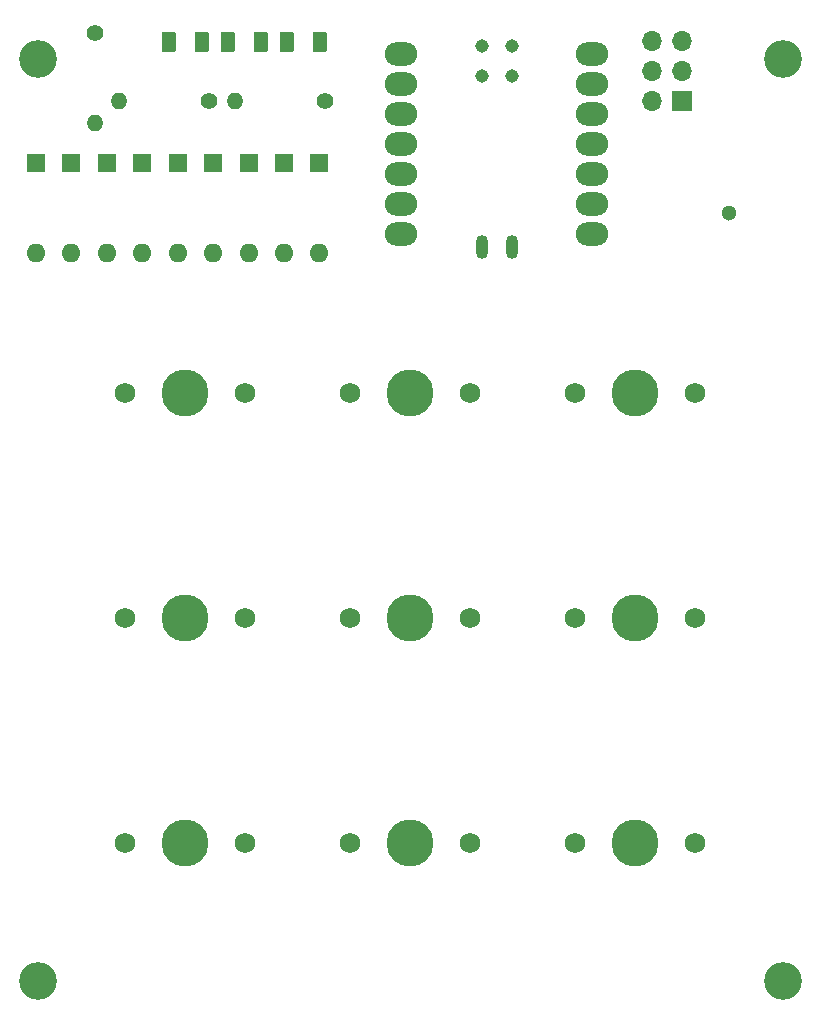
<source format=gbr>
%TF.GenerationSoftware,KiCad,Pcbnew,(6.0.4)*%
%TF.CreationDate,2022-06-27T22:40:44-04:00*%
%TF.ProjectId,xiao-rp2040-keypad,7869616f-2d72-4703-9230-34302d6b6579,rev?*%
%TF.SameCoordinates,Original*%
%TF.FileFunction,Soldermask,Top*%
%TF.FilePolarity,Negative*%
%FSLAX46Y46*%
G04 Gerber Fmt 4.6, Leading zero omitted, Abs format (unit mm)*
G04 Created by KiCad (PCBNEW (6.0.4)) date 2022-06-27 22:40:44*
%MOMM*%
%LPD*%
G01*
G04 APERTURE LIST*
G04 Aperture macros list*
%AMRoundRect*
0 Rectangle with rounded corners*
0 $1 Rounding radius*
0 $2 $3 $4 $5 $6 $7 $8 $9 X,Y pos of 4 corners*
0 Add a 4 corners polygon primitive as box body*
4,1,4,$2,$3,$4,$5,$6,$7,$8,$9,$2,$3,0*
0 Add four circle primitives for the rounded corners*
1,1,$1+$1,$2,$3*
1,1,$1+$1,$4,$5*
1,1,$1+$1,$6,$7*
1,1,$1+$1,$8,$9*
0 Add four rect primitives between the rounded corners*
20,1,$1+$1,$2,$3,$4,$5,0*
20,1,$1+$1,$4,$5,$6,$7,0*
20,1,$1+$1,$6,$7,$8,$9,0*
20,1,$1+$1,$8,$9,$2,$3,0*%
G04 Aperture macros list end*
%ADD10C,1.400000*%
%ADD11O,1.400000X1.400000*%
%ADD12R,1.600000X1.600000*%
%ADD13O,1.600000X1.600000*%
%ADD14C,3.987800*%
%ADD15C,1.750000*%
%ADD16RoundRect,0.250000X0.375000X0.625000X-0.375000X0.625000X-0.375000X-0.625000X0.375000X-0.625000X0*%
%ADD17C,3.200000*%
%ADD18O,2.748280X1.998980*%
%ADD19O,1.016000X2.032000*%
%ADD20C,1.143000*%
%ADD21C,1.300000*%
%ADD22R,1.700000X1.700000*%
%ADD23O,1.700000X1.700000*%
G04 APERTURE END LIST*
D10*
%TO.C,R2*%
X112274466Y-57535534D03*
D11*
X104654466Y-57535534D03*
%TD*%
D12*
%TO.C,D12*%
X87784466Y-62725534D03*
D13*
X87784466Y-70345534D03*
%TD*%
D14*
%TO.C,SW6*%
X138500000Y-101285534D03*
D15*
X133420000Y-101285534D03*
X143580000Y-101285534D03*
%TD*%
D12*
%TO.C,D5*%
X108784466Y-62725534D03*
D13*
X108784466Y-70345534D03*
%TD*%
D15*
%TO.C,SW7*%
X105480000Y-120335534D03*
D14*
X100400000Y-120335534D03*
D15*
X95320000Y-120335534D03*
%TD*%
D16*
%TO.C,D3*%
X111864466Y-52535534D03*
X109064466Y-52535534D03*
%TD*%
D12*
%TO.C,D7*%
X102784466Y-62725534D03*
D13*
X102784466Y-70345534D03*
%TD*%
D17*
%TO.C,H2*%
X88000000Y-54000000D03*
%TD*%
D15*
%TO.C,SW3*%
X143580000Y-82235534D03*
X133420000Y-82235534D03*
D14*
X138500000Y-82235534D03*
%TD*%
%TO.C,SW2*%
X119450000Y-82235534D03*
D15*
X114370000Y-82235534D03*
X124530000Y-82235534D03*
%TD*%
D17*
%TO.C,H3*%
X151000000Y-54000000D03*
%TD*%
D10*
%TO.C,R1*%
X92750000Y-51725534D03*
D11*
X92750000Y-59345534D03*
%TD*%
D16*
%TO.C,D1*%
X101864466Y-52535534D03*
X99064466Y-52535534D03*
%TD*%
D12*
%TO.C,D10*%
X93784466Y-62725534D03*
D13*
X93784466Y-70345534D03*
%TD*%
D15*
%TO.C,SW1*%
X95320000Y-82235534D03*
D14*
X100400000Y-82235534D03*
D15*
X105480000Y-82235534D03*
%TD*%
D14*
%TO.C,SW8*%
X119450000Y-120335534D03*
D15*
X124530000Y-120335534D03*
X114370000Y-120335534D03*
%TD*%
D12*
%TO.C,D6*%
X105784466Y-62725534D03*
D13*
X105784466Y-70345534D03*
%TD*%
D15*
%TO.C,SW9*%
X133420000Y-120335534D03*
X143580000Y-120335534D03*
D14*
X138500000Y-120335534D03*
%TD*%
D12*
%TO.C,D8*%
X99784466Y-62725534D03*
D13*
X99784466Y-70345534D03*
%TD*%
D15*
%TO.C,SW4*%
X105480000Y-101285534D03*
D14*
X100400000Y-101285534D03*
D15*
X95320000Y-101285534D03*
%TD*%
D12*
%TO.C,D11*%
X90784466Y-62725534D03*
D13*
X90784466Y-70345534D03*
%TD*%
D17*
%TO.C,H1*%
X88000000Y-132000000D03*
%TD*%
D15*
%TO.C,SW5*%
X114370000Y-101285534D03*
X124530000Y-101285534D03*
D14*
X119450000Y-101285534D03*
%TD*%
D12*
%TO.C,D4*%
X111784466Y-62725534D03*
D13*
X111784466Y-70345534D03*
%TD*%
D18*
%TO.C,U1*%
X118683176Y-53536020D03*
X118683176Y-56076020D03*
X118683176Y-58616020D03*
X118683176Y-61156020D03*
X118683176Y-63696020D03*
X118683176Y-66236020D03*
X118683176Y-68776020D03*
X134847736Y-68776020D03*
X134847736Y-66236020D03*
X134847736Y-63696020D03*
X134847736Y-61156020D03*
X134847736Y-58616020D03*
X134847736Y-56076020D03*
X134847736Y-53536020D03*
D19*
X125550056Y-69853840D03*
X128100056Y-69853840D03*
D20*
X125548859Y-52849653D03*
X128088859Y-52849653D03*
X125548859Y-55389653D03*
X128088859Y-55389653D03*
%TD*%
D10*
%TO.C,R3*%
X102464466Y-57535534D03*
D11*
X94844466Y-57535534D03*
%TD*%
D16*
%TO.C,D2*%
X106864466Y-52535534D03*
X104064466Y-52535534D03*
%TD*%
D17*
%TO.C,H4*%
X151000000Y-132000000D03*
%TD*%
D12*
%TO.C,D9*%
X96784466Y-62725534D03*
D13*
X96784466Y-70345534D03*
%TD*%
D21*
%TO.C,J2*%
X146500000Y-66964466D03*
%TD*%
D22*
%TO.C,J1*%
X142500000Y-57500000D03*
D23*
X139960000Y-57500000D03*
X142500000Y-54960000D03*
X139960000Y-54960000D03*
X142500000Y-52420000D03*
X139960000Y-52420000D03*
%TD*%
M02*

</source>
